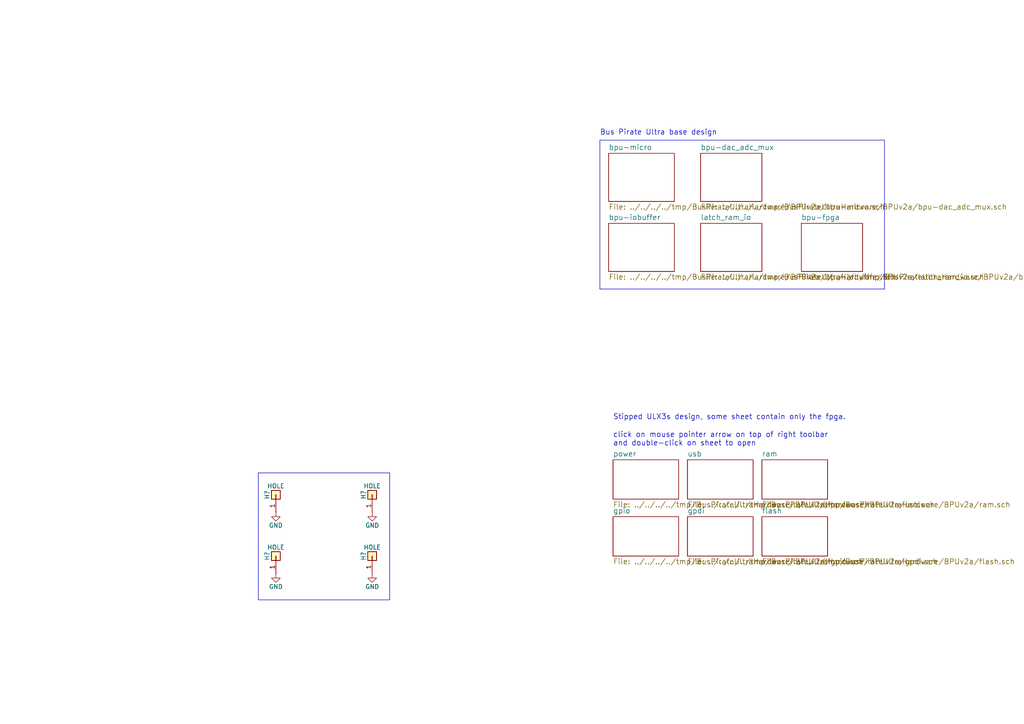
<source format=kicad_sch>
(kicad_sch (version 20230121) (generator eeschema)
  (paper "A4")
  (lib_symbols
    (symbol "Connector_Generic:Conn_01x01" (pin_names (offset 1.016) hide)
      (property "Reference" "J" (at 0 2.54 0))
      (property "Value" "Conn_01x01" (at 0 -2.54 0))
      (symbol "Conn_01x01_1_1"
        (rectangle (start -1.27 0.127) (end 0 -0.127) (stroke (width 0.1524)))
        (rectangle (start -1.27 1.27) (end 1.27 -1.27) (stroke (width 0.254)) (fill (type background)))
        (pin passive line (at -5.08 0 0) (length 3.81) (name "Pin_1") (number "1"))
      )
    )
    (symbol "power:GND" (power) (pin_names (offset 0))
      (property "Value" "GND" (at 0 -3.81 0))
      (symbol "GND_0_1"
        (polyline (pts (xy 0 0) (xy 0 -1.27) (xy 1.27 -1.27) (xy 0 -2.54) (xy -1.27 -1.27) (xy 0 -1.27)))
      )
      (symbol "GND_1_1"
        (pin power_in line (at 0 0 270) (length 0) hide (name "GND") (number "1"))
      )
    )
  )
  (polyline (pts (xy 173.99 83.82) (xy 173.99 40.64)))
  (polyline (pts (xy 256.54 40.64) (xy 256.54 83.82)))
  (polyline (pts (xy 74.93 173.99) (xy 113.03 173.99)))
  (polyline (pts (xy 113.03 137.16) (xy 74.93 137.16)))
  (polyline (pts (xy 113.03 173.99) (xy 113.03 137.16)))
  (polyline (pts (xy 74.93 137.16) (xy 74.93 173.99)))
  (polyline (pts (xy 256.54 83.82) (xy 173.99 83.82)))
  (polyline (pts (xy 173.99 40.64) (xy 256.54 40.64)))
  (text "Bus Pirate Ultra base design" (at 173.99 39.37 0) (effects (font (size 1.524 1.524)) (justify left bottom)))
  (text "Stipped ULX3s design, some sheet contain only the fpga." (at 177.8 121.92 0) (effects (font (size 1.524 1.524)) (justify left bottom)))
  (text "click on mouse pointer arrow on top of right toolbar\nand double-click on sheet to open" (at 177.8 129.54 0) (effects (font (size 1.524 1.524)) (justify left bottom)))
  (symbol (lib_id "Connector_Generic:Conn_01x01") (at 80.01 161.29 90) (unit 1)
    (property "Reference" "H?" (at 77.47 161.29 0))
    (property "Value" "HOLE" (at 80.01 158.75 90))
    (property "Footprint" "Mounting_Holes:MountingHole_3.2mm_M3_ISO14580_Pad" (effects hide))
  )
  (symbol (lib_id "Connector_Generic:Conn_01x01") (at 107.95 161.29 90) (unit 1)
    (property "Reference" "H?" (at 105.41 161.29 0))
    (property "Value" "HOLE" (at 107.95 158.75 90))
    (property "Footprint" "Mounting_Holes:MountingHole_3.2mm_M3_ISO14580_Pad" (effects hide))
  )
  (symbol (lib_id "Connector_Generic:Conn_01x01") (at 107.95 143.51 90) (unit 1)
    (property "Reference" "H?" (at 105.41 143.51 0))
    (property "Value" "HOLE" (at 107.95 140.97 90))
    (property "Footprint" "Mounting_Holes:MountingHole_3.2mm_M3_ISO14580_Pad" (effects hide))
  )
  (symbol (lib_id "Connector_Generic:Conn_01x01") (at 80.01 143.51 90) (unit 1)
    (property "Reference" "H?" (at 77.47 143.51 0))
    (property "Value" "HOLE" (at 80.01 140.97 90))
    (property "Footprint" "Mounting_Holes:MountingHole_3.2mm_M3_ISO14580_Pad" (effects hide))
    (property "Note" "Leave empty" (effects hide))
  )
  (symbol (lib_id "power:GND") (at 80.01 166.37 0) (unit 1)
    (property "Reference" "#PWR?" (effects hide))
    (property "Value" "GND" (at 80.01 170.18 0))
  )
  (symbol (lib_id "power:GND") (at 107.95 166.37 0) (unit 1)
    (property "Reference" "#PWR?" (effects hide))
    (property "Value" "GND" (at 107.95 170.18 0))
  )
  (symbol (lib_id "power:GND") (at 107.95 148.59 0) (unit 1)
    (property "Reference" "#PWR?" (effects hide))
    (property "Value" "GND" (at 107.95 152.4 0))
  )
  (symbol (lib_id "power:GND") (at 80.01 148.59 0) (unit 1)
    (property "Reference" "#PWR?" (effects hide))
    (property "Value" "GND" (at 80.01 152.4 0))
  )
  (sheet (at 177.8 149.86) (size 19.05 11.43)
    (property "Sheetname" "gpio" (at 177.8 149.0214 0) (effects (font (size 1.524 1.524)) (justify left bottom)))
    (property "Sheetfile" "../../../../tmp/BusPirateUltraHardware/BPUv2a/gpio.sch" (at 177.8 161.9762 0) (effects (font (size 1.524 1.524)) (justify left top)))
  )
  (sheet (at 177.8 133.35) (size 19.05 11.43)
    (property "Sheetname" "power" (at 177.8 132.5114 0) (effects (font (size 1.524 1.524)) (justify left bottom)))
    (property "Sheetfile" "../../../../tmp/BusPirateUltraHardware/BPUv2a/power.sch" (at 177.8 145.4662 0) (effects (font (size 1.524 1.524)) (justify left top)))
  )
  (sheet (at 199.39 149.86) (size 19.05 11.43)
    (property "Sheetname" "gpdi" (at 199.39 149.0214 0) (effects (font (size 1.524 1.524)) (justify left bottom)))
    (property "Sheetfile" "../../../../tmp/BusPirateUltraHardware/BPUv2a/gpdi.sch" (at 199.39 161.9762 0) (effects (font (size 1.524 1.524)) (justify left top)))
  )
  (sheet (at 199.39 133.35) (size 19.05 11.43)
    (property "Sheetname" "usb" (at 199.39 132.5114 0) (effects (font (size 1.524 1.524)) (justify left bottom)))
    (property "Sheetfile" "../../../../tmp/BusPirateUltraHardware/BPUv2a/usb.sch" (at 199.39 145.4662 0) (effects (font (size 1.524 1.524)) (justify left top)))
  )
  (sheet (at 220.98 133.35) (size 19.05 11.43)
    (property "Sheetname" "ram" (at 220.98 132.5114 0) (effects (font (size 1.524 1.524)) (justify left bottom)))
    (property "Sheetfile" "../../../../tmp/BusPirateUltraHardware/BPUv2a/ram.sch" (at 220.98 145.4662 0) (effects (font (size 1.524 1.524)) (justify left top)))
  )
  (sheet (at 220.98 149.86) (size 19.05 11.43)
    (property "Sheetname" "flash" (at 220.98 149.0214 0) (effects (font (size 1.524 1.524)) (justify left bottom)))
    (property "Sheetfile" "../../../../tmp/BusPirateUltraHardware/BPUv2a/flash.sch" (at 220.98 161.9762 0) (effects (font (size 1.524 1.524)) (justify left top)))
  )
  (sheet (at 176.53 44.45) (size 19.05 13.97)
    (property "Sheetname" "bpu-micro" (at 176.53 43.6114 0) (effects (font (size 1.524 1.524)) (justify left bottom)))
    (property "Sheetfile" "../../../../tmp/BusPirateUltraHardware/BPUv2a/bpu-micro.sch" (at 176.53 59.1062 0) (effects (font (size 1.524 1.524)) (justify left top)))
  )
  (sheet (at 203.2 44.45) (size 17.78 13.97)
    (property "Sheetname" "bpu-dac_adc_mux" (at 203.2 43.6114 0) (effects (font (size 1.524 1.524)) (justify left bottom)))
    (property "Sheetfile" "../../../../tmp/BusPirateUltraHardware/BPUv2a/bpu-dac_adc_mux.sch" (at 203.2 59.1062 0) (effects (font (size 1.524 1.524)) (justify left top)))
  )
  (sheet (at 176.53 64.77) (size 19.05 13.97)
    (property "Sheetname" "bpu-iobuffer" (at 176.53 63.9314 0) (effects (font (size 1.524 1.524)) (justify left bottom)))
    (property "Sheetfile" "../../../../tmp/BusPirateUltraHardware/BPUv2a/bpu-iobufffer.sch" (at 176.53 79.4262 0) (effects (font (size 1.524 1.524)) (justify left top)))
  )
  (sheet (at 203.2 64.77) (size 17.78 13.97)
    (property "Sheetname" "latch_ram_io" (at 203.2 63.9314 0) (effects (font (size 1.524 1.524)) (justify left bottom)))
    (property "Sheetfile" "../../../../tmp/BusPirateUltraHardware/BPUv2a/latch_ram_io.sch" (at 203.2 79.4262 0) (effects (font (size 1.524 1.524)) (justify left top)))
  )
  (sheet (at 232.41 64.77) (size 17.78 13.97)
    (property "Sheetname" "bpu-fpga" (at 232.41 63.9314 0) (effects (font (size 1.524 1.524)) (justify left bottom)))
    (property "Sheetfile" "../../../../tmp/BusPirateUltraHardware/BPUv2a/bpu-fpga.sch" (at 232.41 79.4262 0) (effects (font (size 1.524 1.524)) (justify left top)))
  )
)
</source>
